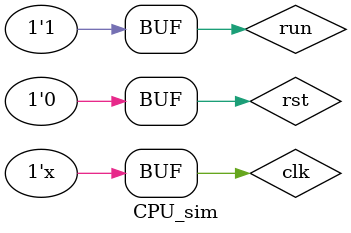
<source format=v>
`timescale 1ns / 1ps

module CPU_sim
#(
    parameter STATUS_W = 237,
    parameter SIGNAL_W = 13,
    parameter REG_W = 5,
    parameter WIDTH = 32,
    parameter FUNCT_W = 6,
    parameter OPCODE_W = 6,
    parameter ALUOP_W = 3
)();
    reg clk, rst;
    reg run;
    
    initial begin
        rst = 1;
        #2 rst = 0;
    end
    
    initial clk = 0;
    always #5 clk = ~clk;
    
    initial #20 run = 1;

    integer i;
    reg [7:0] addr;
    wire [STATUS_W-1:0] cpu_status;
    wire [WIDTH-1:0] cpu_m_data;
    wire [WIDTH-1:0] cpu_rf_data;
    
    CPU cpu (
    	.clk(clk),
    	.rst(rst),
    	.run(run),
    	.m_rf_addr(2),
    	.status(cpu_status),
    	.m_data(cpu_m_data),
    	.rf_data(cpu_rf_data)
    );

endmodule

</source>
